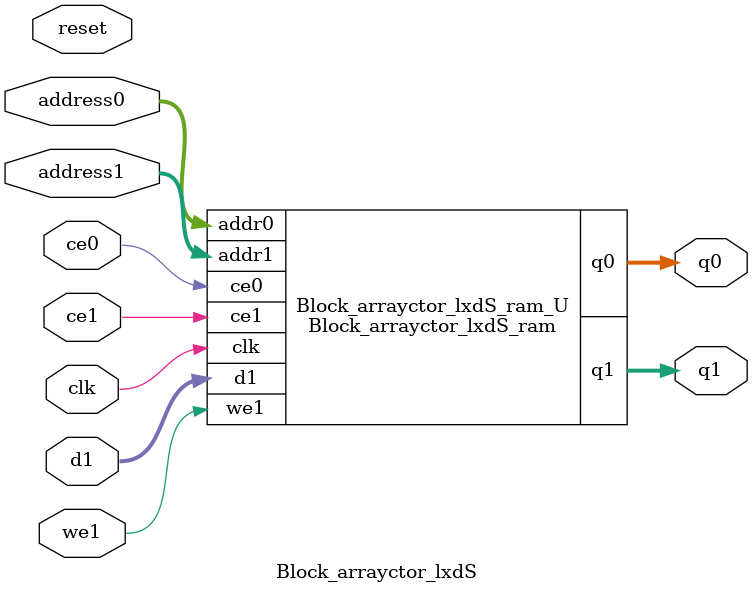
<source format=v>
`timescale 1 ns / 1 ps
module Block_arrayctor_lxdS_ram (addr0, ce0, q0, addr1, ce1, d1, we1, q1,  clk);

parameter DWIDTH = 5;
parameter AWIDTH = 8;
parameter MEM_SIZE = 162;

input[AWIDTH-1:0] addr0;
input ce0;
output reg[DWIDTH-1:0] q0;
input[AWIDTH-1:0] addr1;
input ce1;
input[DWIDTH-1:0] d1;
input we1;
output reg[DWIDTH-1:0] q1;
input clk;

(* ram_style = "distributed" *)reg [DWIDTH-1:0] ram[0:MEM_SIZE-1];




always @(posedge clk)  
begin 
    if (ce0) begin
        q0 <= ram[addr0];
    end
end


always @(posedge clk)  
begin 
    if (ce1) begin
        if (we1) 
            ram[addr1] <= d1; 
        q1 <= ram[addr1];
    end
end


endmodule

`timescale 1 ns / 1 ps
module Block_arrayctor_lxdS(
    reset,
    clk,
    address0,
    ce0,
    q0,
    address1,
    ce1,
    we1,
    d1,
    q1);

parameter DataWidth = 32'd5;
parameter AddressRange = 32'd162;
parameter AddressWidth = 32'd8;
input reset;
input clk;
input[AddressWidth - 1:0] address0;
input ce0;
output[DataWidth - 1:0] q0;
input[AddressWidth - 1:0] address1;
input ce1;
input we1;
input[DataWidth - 1:0] d1;
output[DataWidth - 1:0] q1;



Block_arrayctor_lxdS_ram Block_arrayctor_lxdS_ram_U(
    .clk( clk ),
    .addr0( address0 ),
    .ce0( ce0 ),
    .q0( q0 ),
    .addr1( address1 ),
    .ce1( ce1 ),
    .we1( we1 ),
    .d1( d1 ),
    .q1( q1 ));

endmodule


</source>
